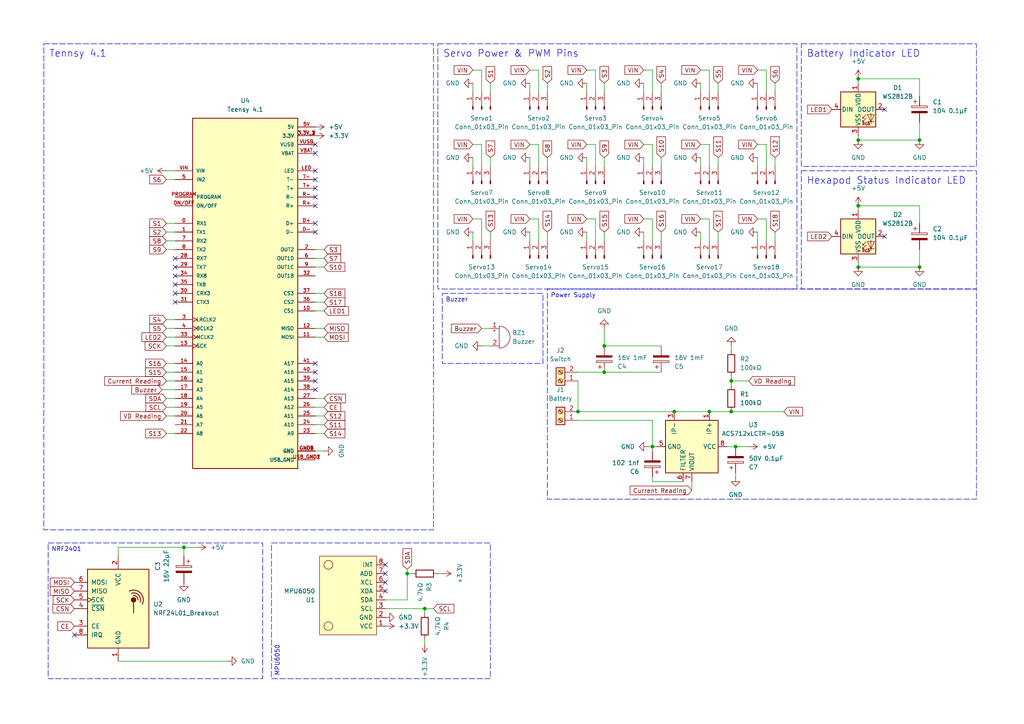
<source format=kicad_sch>
(kicad_sch (version 20231120) (generator "eeschema") (generator_version "8.0")
  (paper "A4")
  (title_block (title "Hexapod PCB V2"))
  (junction (at 195.58 119.38))
  (junction (at 205.74 119.38))
  (junction (at 53.34 158.75))
  (junction (at 212.09 119.38))
  (junction (at 123.19 176.53))
  (junction (at 266.7 77.47))
  (junction (at 248.92 40.64))
  (junction (at 167.64 119.38))
  (junction (at 248.92 77.47))
  (junction (at 266.7 40.64))
  (junction (at 175.26 100.33))
  (junction (at 189.23 129.54))
  (junction (at 212.09 110.49))
  (junction (at 213.36 129.54))
  (junction (at 248.92 59.69))
  (junction (at 175.26 107.95))
  (junction (at 248.92 22.86))
  (junction (at 118.11 166.37))
  (no_connect (at 91.44 107.95))
  (no_connect (at 111.76 168.91))
  (no_connect (at 50.8 87.63))
  (no_connect (at 256.54 31.75))
  (no_connect (at 91.44 110.49))
  (no_connect (at 256.54 68.58))
  (no_connect (at 50.8 80.01))
  (no_connect (at 50.8 85.09))
  (no_connect (at 91.44 57.15))
  (no_connect (at 50.8 74.93))
  (no_connect (at 91.44 49.53))
  (no_connect (at 91.44 52.07))
  (no_connect (at 21.59 184.15))
  (no_connect (at 91.44 54.61))
  (no_connect (at 111.76 163.83))
  (no_connect (at 50.8 82.55))
  (no_connect (at 50.8 77.47))
  (no_connect (at 91.44 64.77))
  (no_connect (at 91.44 41.91))
  (no_connect (at 91.44 105.41))
  (no_connect (at 91.44 113.03))
  (no_connect (at 111.76 166.37))
  (no_connect (at 91.44 59.69))
  (no_connect (at 91.44 44.45))
  (no_connect (at 91.44 67.31))
  (no_connect (at 111.76 171.45))
  (wire (pts (xy 212.09 100.33) (xy 212.09 101.6)))
  (wire (pts (xy 48.26 95.25) (xy 50.8 95.25)))
  (wire (pts (xy 200.66 142.24) (xy 200.66 139.7)))
  (wire (pts (xy 123.19 176.53) (xy 123.19 177.8)))
  (wire (pts (xy 153.67 24.13) (xy 153.67 26.67)))
  (wire (pts (xy 224.79 24.13) (xy 224.79 26.67)))
  (wire (pts (xy 205.74 63.5) (xy 205.74 69.85)))
  (wire (pts (xy 139.7 41.91) (xy 139.7 48.26)))
  (wire (pts (xy 213.36 138.43) (xy 213.36 137.16)))
  (wire (pts (xy 142.24 67.31) (xy 142.24 69.85)))
  (wire (pts (xy 222.25 20.32) (xy 222.25 26.67)))
  (wire (pts (xy 167.64 121.92) (xy 189.23 121.92)))
  (wire (pts (xy 222.25 41.91) (xy 222.25 48.26)))
  (wire (pts (xy 170.18 45.72) (xy 170.18 48.26)))
  (wire (pts (xy 195.58 119.38) (xy 205.74 119.38)))
  (wire (pts (xy 167.64 107.95) (xy 175.26 107.95)))
  (wire (pts (xy 93.98 95.25) (xy 91.44 95.25)))
  (wire (pts (xy 203.2 45.72) (xy 203.2 48.26)))
  (wire (pts (xy 186.69 41.91) (xy 189.23 41.91)))
  (wire (pts (xy 91.44 120.65) (xy 93.98 120.65)))
  (wire (pts (xy 156.21 63.5) (xy 156.21 69.85)))
  (wire (pts (xy 48.26 120.65) (xy 50.8 120.65)))
  (wire (pts (xy 48.26 64.77) (xy 50.8 64.77)))
  (wire (pts (xy 203.2 67.31) (xy 203.2 69.85)))
  (wire (pts (xy 186.69 20.32) (xy 189.23 20.32)))
  (wire (pts (xy 153.67 45.72) (xy 153.67 48.26)))
  (wire (pts (xy 203.2 24.13) (xy 203.2 26.67)))
  (wire (pts (xy 142.24 24.13) (xy 142.24 26.67)))
  (wire (pts (xy 142.24 45.72) (xy 142.24 48.26)))
  (wire (pts (xy 186.69 67.31) (xy 186.69 69.85)))
  (wire (pts (xy 123.19 176.53) (xy 111.76 176.53)))
  (wire (pts (xy 137.16 24.13) (xy 137.16 26.67)))
  (wire (pts (xy 175.26 24.13) (xy 175.26 26.67)))
  (wire (pts (xy 137.16 67.31) (xy 137.16 69.85)))
  (wire (pts (xy 172.72 63.5) (xy 172.72 69.85)))
  (wire (pts (xy 137.16 45.72) (xy 137.16 48.26)))
  (wire (pts (xy 175.26 100.33) (xy 191.77 100.33)))
  (wire (pts (xy 48.26 118.11) (xy 50.8 118.11)))
  (wire (pts (xy 172.72 41.91) (xy 172.72 48.26)))
  (wire (pts (xy 91.44 123.19) (xy 93.98 123.19)))
  (wire (pts (xy 93.98 130.81) (xy 91.44 130.81)))
  (wire (pts (xy 266.7 40.64) (xy 266.7 35.56)))
  (wire (pts (xy 153.67 67.31) (xy 153.67 69.85)))
  (wire (pts (xy 137.16 41.91) (xy 139.7 41.91)))
  (wire (pts (xy 91.44 87.63) (xy 93.98 87.63)))
  (wire (pts (xy 153.67 20.32) (xy 156.21 20.32)))
  (wire (pts (xy 158.75 67.31) (xy 158.75 69.85)))
  (wire (pts (xy 170.18 24.13) (xy 170.18 26.67)))
  (wire (pts (xy 191.77 24.13) (xy 191.77 26.67)))
  (wire (pts (xy 175.26 45.72) (xy 175.26 48.26)))
  (wire (pts (xy 170.18 63.5) (xy 172.72 63.5)))
  (wire (pts (xy 139.7 95.25) (xy 142.24 95.25)))
  (wire (pts (xy 46.99 113.03) (xy 50.8 113.03)))
  (wire (pts (xy 158.75 45.72) (xy 158.75 48.26)))
  (wire (pts (xy 50.8 92.71) (xy 48.26 92.71)))
  (wire (pts (xy 167.64 119.38) (xy 195.58 119.38)))
  (wire (pts (xy 191.77 67.31) (xy 191.77 69.85)))
  (wire (pts (xy 137.16 20.32) (xy 139.7 20.32)))
  (wire (pts (xy 91.44 74.93) (xy 93.98 74.93)))
  (wire (pts (xy 189.23 121.92) (xy 189.23 129.54)))
  (wire (pts (xy 175.26 107.95) (xy 191.77 107.95)))
  (wire (pts (xy 186.69 63.5) (xy 189.23 63.5)))
  (wire (pts (xy 53.34 158.75) (xy 34.29 158.75)))
  (wire (pts (xy 48.26 100.33) (xy 50.8 100.33)))
  (wire (pts (xy 93.98 115.57) (xy 91.44 115.57)))
  (wire (pts (xy 205.74 119.38) (xy 212.09 119.38)))
  (wire (pts (xy 203.2 41.91) (xy 205.74 41.91)))
  (wire (pts (xy 48.26 115.57) (xy 50.8 115.57)))
  (wire (pts (xy 158.75 24.13) (xy 158.75 26.67)))
  (wire (pts (xy 118.11 173.99) (xy 111.76 173.99)))
  (wire (pts (xy 91.44 125.73) (xy 93.98 125.73)))
  (wire (pts (xy 219.71 63.5) (xy 222.25 63.5)))
  (wire (pts (xy 139.7 63.5) (xy 139.7 69.85)))
  (wire (pts (xy 212.09 109.22) (xy 212.09 110.49)))
  (wire (pts (xy 205.74 41.91) (xy 205.74 48.26)))
  (wire (pts (xy 213.36 129.54) (xy 210.82 129.54)))
  (wire (pts (xy 91.44 85.09) (xy 93.98 85.09)))
  (wire (pts (xy 266.7 64.77) (xy 266.7 59.69)))
  (wire (pts (xy 57.15 158.75) (xy 53.34 158.75)))
  (wire (pts (xy 191.77 45.72) (xy 191.77 48.26)))
  (wire (pts (xy 93.98 90.17) (xy 91.44 90.17)))
  (wire (pts (xy 186.69 24.13) (xy 186.69 26.67)))
  (wire (pts (xy 125.73 176.53) (xy 123.19 176.53)))
  (wire (pts (xy 123.19 185.42) (xy 123.19 186.69)))
  (wire (pts (xy 175.26 95.25) (xy 175.26 100.33)))
  (wire (pts (xy 93.98 72.39) (xy 91.44 72.39)))
  (wire (pts (xy 198.12 139.7) (xy 189.23 139.7)))
  (wire (pts (xy 217.17 129.54) (xy 213.36 129.54)))
  (wire (pts (xy 118.11 165.1) (xy 118.11 166.37)))
  (wire (pts (xy 50.8 69.85) (xy 48.26 69.85)))
  (wire (pts (xy 170.18 67.31) (xy 170.18 69.85)))
  (wire (pts (xy 208.28 24.13) (xy 208.28 26.67)))
  (wire (pts (xy 186.69 45.72) (xy 186.69 48.26)))
  (wire (pts (xy 203.2 63.5) (xy 205.74 63.5)))
  (wire (pts (xy 219.71 20.32) (xy 222.25 20.32)))
  (wire (pts (xy 50.8 125.73) (xy 48.26 125.73)))
  (wire (pts (xy 156.21 41.91) (xy 156.21 48.26)))
  (wire (pts (xy 50.8 72.39) (xy 48.26 72.39)))
  (wire (pts (xy 48.26 52.07) (xy 50.8 52.07)))
  (wire (pts (xy 212.09 119.38) (xy 227.33 119.38)))
  (wire (pts (xy 48.26 97.79) (xy 50.8 97.79)))
  (wire (pts (xy 137.16 63.5) (xy 139.7 63.5)))
  (wire (pts (xy 187.96 129.54) (xy 189.23 129.54)))
  (wire (pts (xy 128.27 166.37) (xy 127 166.37)))
  (wire (pts (xy 248.92 77.47) (xy 266.7 77.47)))
  (wire (pts (xy 50.8 105.41) (xy 48.26 105.41)))
  (wire (pts (xy 189.23 129.54) (xy 189.23 130.81)))
  (wire (pts (xy 219.71 24.13) (xy 219.71 26.67)))
  (wire (pts (xy 189.23 41.91) (xy 189.23 48.26)))
  (wire (pts (xy 248.92 22.86) (xy 248.92 24.13)))
  (wire (pts (xy 119.38 166.37) (xy 118.11 166.37)))
  (wire (pts (xy 93.98 97.79) (xy 91.44 97.79)))
  (wire (pts (xy 153.67 41.91) (xy 156.21 41.91)))
  (wire (pts (xy 48.26 67.31) (xy 50.8 67.31)))
  (wire (pts (xy 118.11 166.37) (xy 118.11 173.99)))
  (wire (pts (xy 175.26 67.31) (xy 175.26 69.85)))
  (wire (pts (xy 248.92 40.64) (xy 248.92 39.37)))
  (wire (pts (xy 156.21 20.32) (xy 156.21 26.67)))
  (wire (pts (xy 212.09 110.49) (xy 212.09 111.76)))
  (wire (pts (xy 48.26 49.53) (xy 50.8 49.53)))
  (wire (pts (xy 248.92 40.64) (xy 266.7 40.64)))
  (wire (pts (xy 48.26 110.49) (xy 50.8 110.49)))
  (wire (pts (xy 219.71 41.91) (xy 222.25 41.91)))
  (wire (pts (xy 167.64 110.49) (xy 167.64 119.38)))
  (wire (pts (xy 189.23 20.32) (xy 189.23 26.67)))
  (wire (pts (xy 205.74 20.32) (xy 205.74 26.67)))
  (wire (pts (xy 170.18 41.91) (xy 172.72 41.91)))
  (wire (pts (xy 91.44 77.47) (xy 93.98 77.47)))
  (wire (pts (xy 139.7 100.33) (xy 142.24 100.33)))
  (wire (pts (xy 266.7 77.47) (xy 266.7 72.39)))
  (wire (pts (xy 172.72 20.32) (xy 172.72 26.67)))
  (wire (pts (xy 153.67 63.5) (xy 156.21 63.5)))
  (wire (pts (xy 212.09 110.49) (xy 217.17 110.49)))
  (wire (pts (xy 248.92 59.69) (xy 248.92 60.96)))
  (wire (pts (xy 139.7 20.32) (xy 139.7 26.67)))
  (wire (pts (xy 248.92 22.86) (xy 266.7 22.86)))
  (wire (pts (xy 48.26 107.95) (xy 50.8 107.95)))
  (wire (pts (xy 203.2 20.32) (xy 205.74 20.32)))
  (wire (pts (xy 266.7 27.94) (xy 266.7 22.86)))
  (wire (pts (xy 208.28 45.72) (xy 208.28 48.26)))
  (wire (pts (xy 248.92 59.69) (xy 266.7 59.69)))
  (wire (pts (xy 224.79 67.31) (xy 224.79 69.85)))
  (wire (pts (xy 189.23 129.54) (xy 190.5 129.54)))
  (wire (pts (xy 170.18 20.32) (xy 172.72 20.32)))
  (wire (pts (xy 208.28 67.31) (xy 208.28 69.85)))
  (wire (pts (xy 248.92 77.47) (xy 248.92 76.2)))
  (wire (pts (xy 224.79 45.72) (xy 224.79 48.26)))
  (wire (pts (xy 219.71 67.31) (xy 219.71 69.85)))
  (wire (pts (xy 222.25 63.5) (xy 222.25 69.85)))
  (wire (pts (xy 189.23 63.5) (xy 189.23 69.85)))
  (wire (pts (xy 53.34 158.75) (xy 53.34 161.29)))
  (wire (pts (xy 219.71 45.72) (xy 219.71 48.26)))
  (wire (pts (xy 34.29 158.75) (xy 34.29 161.29)))
  (wire (pts (xy 189.23 139.7) (xy 189.23 138.43)))
  (wire (pts (xy 93.98 118.11) (xy 91.44 118.11)))
  (wire (pts (xy 34.29 191.77) (xy 66.04 191.77)))
  (text_box "Battery Indicator LED" (at 232.41 12.7 0) (size 50.8 35.56) (stroke (width 0) (type dash)) (effects (font (size 2.032 2.032)) (justify left top)))
  (text_box "Power Supply" (at 158.75 83.82 0) (size 124.46 60.96) (stroke (width 0) (type dash)) (effects (font (size 1.27 1.27)) (justify left top)))
  (text_box "Tennsy 4.1" (at 12.7 12.7 0) (size 113.03 140.97) (stroke (width 0) (type dash)) (effects (font (size 2.032 2.032)) (justify left top)))
  (text_box "MPU6050" (at 78.74 157.48 90) (size 63.5 39.37) (stroke (width 0) (type dash)) (effects (font (size 1.27 1.27)) (justify left top)))
  (text_box "Hexapod Status Indicator LED\n" (at 232.41 49.53 0) (size 50.8 34.29) (stroke (width 0) (type dash)) (effects (font (size 2.032 2.032)) (justify left top)))
  (text_box "Buzzer\n" (at 128.27 85.09 0) (size 29.21 20.32) (stroke (width 0) (type dash)) (effects (font (size 1.27 1.27)) (justify left top)))
  (text_box "NRF2401" (at 13.97 157.48 0) (size 62.23 39.37) (stroke (width 0) (type dash)) (effects (font (size 1.27 1.27)) (justify left top)))
  (text_box "Servo Power & PWM Pins" (at 127 12.7 0) (size 104.14 71.12) (stroke (width 0) (type dash)) (effects (font (size 2.032 2.032)) (justify left top)))
  (global_label "MISO" (shape input) (at 93.98 95.25 0) (property "Intersheetrefs" "${INTERSHEET_REFS}" (effects (hide yes))))
  (global_label "VIN" (shape input) (at 203.2 41.91 180) (property "Intersheetrefs" "${INTERSHEET_REFS}" (effects (hide yes))))
  (global_label "S3" (shape input) (at 175.26 24.13 90) (property "Intersheetrefs" "${INTERSHEET_REFS}" (effects (hide yes))))
  (global_label "VIN" (shape input) (at 186.69 63.5 180) (property "Intersheetrefs" "${INTERSHEET_REFS}" (effects (hide yes))))
  (global_label "S6" (shape input) (at 48.26 52.07 180) (property "Intersheetrefs" "${INTERSHEET_REFS}" (effects (hide yes))))
  (global_label "VIN" (shape input) (at 170.18 63.5 180) (property "Intersheetrefs" "${INTERSHEET_REFS}" (effects (hide yes))))
  (global_label "S1" (shape input) (at 142.24 24.13 90) (property "Intersheetrefs" "${INTERSHEET_REFS}" (effects (hide yes))))
  (global_label "VIN" (shape input) (at 137.16 20.32 180) (property "Intersheetrefs" "${INTERSHEET_REFS}" (effects (hide yes))))
  (global_label "MOSI" (shape input) (at 21.59 168.91 180) (property "Intersheetrefs" "${INTERSHEET_REFS}" (effects (hide yes))))
  (global_label "S9" (shape input) (at 175.26 45.72 90) (property "Intersheetrefs" "${INTERSHEET_REFS}" (effects (hide yes))))
  (global_label "SCL" (shape input) (at 125.73 176.53 0) (property "Intersheetrefs" "${INTERSHEET_REFS}" (effects (hide yes))))
  (global_label "VIN" (shape input) (at 153.67 63.5 180) (property "Intersheetrefs" "${INTERSHEET_REFS}" (effects (hide yes))))
  (global_label "Buzzer" (shape input) (at 139.7 95.25 180) (property "Intersheetrefs" "${INTERSHEET_REFS}" (effects (hide yes))))
  (global_label "MISO" (shape input) (at 21.59 171.45 180) (property "Intersheetrefs" "${INTERSHEET_REFS}" (effects (hide yes))))
  (global_label "S10" (shape input) (at 191.77 45.72 90) (property "Intersheetrefs" "${INTERSHEET_REFS}" (effects (hide yes))))
  (global_label "S18" (shape input) (at 93.98 85.09 0) (property "Intersheetrefs" "${INTERSHEET_REFS}" (effects (hide yes))))
  (global_label "CSN" (shape input) (at 21.59 176.53 180) (property "Intersheetrefs" "${INTERSHEET_REFS}" (effects (hide yes))))
  (global_label "VIN" (shape input) (at 203.2 20.32 180) (property "Intersheetrefs" "${INTERSHEET_REFS}" (effects (hide yes))))
  (global_label "VIN" (shape input) (at 137.16 63.5 180) (property "Intersheetrefs" "${INTERSHEET_REFS}" (effects (hide yes))))
  (global_label "VD Reading" (shape input) (at 217.17 110.49 0) (property "Intersheetrefs" "${INTERSHEET_REFS}" (effects (hide yes))))
  (global_label "S16" (shape input) (at 48.26 105.41 180) (property "Intersheetrefs" "${INTERSHEET_REFS}" (effects (hide yes))))
  (global_label "LED1" (shape input) (at 93.98 90.17 0) (property "Intersheetrefs" "${INTERSHEET_REFS}" (effects (hide yes))))
  (global_label "S15" (shape input) (at 175.26 67.31 90) (property "Intersheetrefs" "${INTERSHEET_REFS}" (effects (hide yes))))
  (global_label "S8" (shape input) (at 48.26 69.85 180) (property "Intersheetrefs" "${INTERSHEET_REFS}" (effects (hide yes))))
  (global_label "S3" (shape input) (at 93.98 72.39 0) (property "Intersheetrefs" "${INTERSHEET_REFS}" (effects (hide yes))))
  (global_label "Current Reading" (shape input) (at 200.66 142.24 180) (property "Intersheetrefs" "${INTERSHEET_REFS}" (effects (hide yes))))
  (global_label "VIN" (shape input) (at 186.69 20.32 180) (property "Intersheetrefs" "${INTERSHEET_REFS}" (effects (hide yes))))
  (global_label "S7" (shape input) (at 142.24 45.72 90) (property "Intersheetrefs" "${INTERSHEET_REFS}" (effects (hide yes))))
  (global_label "S15" (shape input) (at 48.26 107.95 180) (property "Intersheetrefs" "${INTERSHEET_REFS}" (effects (hide yes))))
  (global_label "S5" (shape input) (at 48.26 95.25 180) (property "Intersheetrefs" "${INTERSHEET_REFS}" (effects (hide yes))))
  (global_label "S14" (shape input) (at 93.98 125.73 0) (property "Intersheetrefs" "${INTERSHEET_REFS}" (effects (hide yes))))
  (global_label "S12" (shape input) (at 224.79 45.72 90) (property "Intersheetrefs" "${INTERSHEET_REFS}" (effects (hide yes))))
  (global_label "SCL" (shape input) (at 48.26 118.11 180) (property "Intersheetrefs" "${INTERSHEET_REFS}" (effects (hide yes))))
  (global_label "S16" (shape input) (at 191.77 67.31 90) (property "Intersheetrefs" "${INTERSHEET_REFS}" (effects (hide yes))))
  (global_label "VD Reading" (shape input) (at 48.26 120.65 180) (property "Intersheetrefs" "${INTERSHEET_REFS}" (effects (hide yes))))
  (global_label "SDA" (shape input) (at 118.11 165.1 90) (property "Intersheetrefs" "${INTERSHEET_REFS}" (effects (hide yes))))
  (global_label "VIN" (shape input) (at 137.16 41.91 180) (property "Intersheetrefs" "${INTERSHEET_REFS}" (effects (hide yes))))
  (global_label "S12" (shape input) (at 93.98 120.65 0) (property "Intersheetrefs" "${INTERSHEET_REFS}" (effects (hide yes))))
  (global_label "VIN" (shape input) (at 153.67 20.32 180) (property "Intersheetrefs" "${INTERSHEET_REFS}" (effects (hide yes))))
  (global_label "S4" (shape input) (at 191.77 24.13 90) (property "Intersheetrefs" "${INTERSHEET_REFS}" (effects (hide yes))))
  (global_label "S9" (shape input) (at 48.26 72.39 180) (property "Intersheetrefs" "${INTERSHEET_REFS}" (effects (hide yes))))
  (global_label "CSN" (shape input) (at 93.98 115.57 0) (property "Intersheetrefs" "${INTERSHEET_REFS}" (effects (hide yes))))
  (global_label "S11" (shape input) (at 208.28 45.72 90) (property "Intersheetrefs" "${INTERSHEET_REFS}" (effects (hide yes))))
  (global_label "Buzzer" (shape input) (at 46.99 113.03 180) (property "Intersheetrefs" "${INTERSHEET_REFS}" (effects (hide yes))))
  (global_label "VIN" (shape input) (at 170.18 20.32 180) (property "Intersheetrefs" "${INTERSHEET_REFS}" (effects (hide yes))))
  (global_label "VIN" (shape input) (at 186.69 41.91 180) (property "Intersheetrefs" "${INTERSHEET_REFS}" (effects (hide yes))))
  (global_label "S7" (shape input) (at 93.98 74.93 0) (property "Intersheetrefs" "${INTERSHEET_REFS}" (effects (hide yes))))
  (global_label "CE" (shape input) (at 21.59 181.61 180) (property "Intersheetrefs" "${INTERSHEET_REFS}" (effects (hide yes))))
  (global_label "S13" (shape input) (at 142.24 67.31 90) (property "Intersheetrefs" "${INTERSHEET_REFS}" (effects (hide yes))))
  (global_label "VIN" (shape input) (at 153.67 41.91 180) (property "Intersheetrefs" "${INTERSHEET_REFS}" (effects (hide yes))))
  (global_label "VIN" (shape input) (at 219.71 20.32 180) (property "Intersheetrefs" "${INTERSHEET_REFS}" (effects (hide yes))))
  (global_label "S11" (shape input) (at 93.98 123.19 0) (property "Intersheetrefs" "${INTERSHEET_REFS}" (effects (hide yes))))
  (global_label "MOSI" (shape input) (at 93.98 97.79 0) (property "Intersheetrefs" "${INTERSHEET_REFS}" (effects (hide yes))))
  (global_label "S5" (shape input) (at 208.28 24.13 90) (property "Intersheetrefs" "${INTERSHEET_REFS}" (effects (hide yes))))
  (global_label "VIN" (shape input) (at 219.71 63.5 180) (property "Intersheetrefs" "${INTERSHEET_REFS}" (effects (hide yes))))
  (global_label "S13" (shape input) (at 48.26 125.73 180) (property "Intersheetrefs" "${INTERSHEET_REFS}" (effects (hide yes))))
  (global_label "S6" (shape input) (at 224.79 24.13 90) (property "Intersheetrefs" "${INTERSHEET_REFS}" (effects (hide yes))))
  (global_label "LED2" (shape input) (at 48.26 97.79 180) (property "Intersheetrefs" "${INTERSHEET_REFS}" (effects (hide yes))))
  (global_label "SCK" (shape input) (at 21.59 173.99 180) (property "Intersheetrefs" "${INTERSHEET_REFS}" (effects (hide yes))))
  (global_label "LED1" (shape input) (at 241.3 31.75 180) (property "Intersheetrefs" "${INTERSHEET_REFS}" (effects (hide yes))))
  (global_label "S8" (shape input) (at 158.75 45.72 90) (property "Intersheetrefs" "${INTERSHEET_REFS}" (effects (hide yes))))
  (global_label "S18" (shape input) (at 224.79 67.31 90) (property "Intersheetrefs" "${INTERSHEET_REFS}" (effects (hide yes))))
  (global_label "SDA" (shape input) (at 48.26 115.57 180) (property "Intersheetrefs" "${INTERSHEET_REFS}" (effects (hide yes))))
  (global_label "VIN" (shape input) (at 227.33 119.38 0) (property "Intersheetrefs" "${INTERSHEET_REFS}" (effects (hide yes))))
  (global_label "CE" (shape input) (at 93.98 118.11 0) (property "Intersheetrefs" "${INTERSHEET_REFS}" (effects (hide yes))))
  (global_label "S10" (shape input) (at 93.98 77.47 0) (property "Intersheetrefs" "${INTERSHEET_REFS}" (effects (hide yes))))
  (global_label "LED2" (shape input) (at 241.3 68.58 180) (property "Intersheetrefs" "${INTERSHEET_REFS}" (effects (hide yes))))
  (global_label "S17" (shape input) (at 208.28 67.31 90) (property "Intersheetrefs" "${INTERSHEET_REFS}" (effects (hide yes))))
  (global_label "S1" (shape input) (at 48.26 64.77 180) (property "Intersheetrefs" "${INTERSHEET_REFS}" (effects (hide yes))))
  (global_label "Current Reading" (shape input) (at 48.26 110.49 180) (property "Intersheetrefs" "${INTERSHEET_REFS}" (effects (hide yes))))
  (global_label "SCK" (shape input) (at 48.26 100.33 180) (property "Intersheetrefs" "${INTERSHEET_REFS}" (effects (hide yes))))
  (global_label "S2" (shape input) (at 158.75 24.13 90) (property "Intersheetrefs" "${INTERSHEET_REFS}" (effects (hide yes))))
  (global_label "VIN" (shape input) (at 170.18 41.91 180) (property "Intersheetrefs" "${INTERSHEET_REFS}" (effects (hide yes))))
  (global_label "VIN" (shape input) (at 219.71 41.91 180) (property "Intersheetrefs" "${INTERSHEET_REFS}" (effects (hide yes))))
  (global_label "VIN" (shape input) (at 203.2 63.5 180) (property "Intersheetrefs" "${INTERSHEET_REFS}" (effects (hide yes))))
  (global_label "S2" (shape input) (at 48.26 67.31 180) (property "Intersheetrefs" "${INTERSHEET_REFS}" (effects (hide yes))))
  (global_label "S17" (shape input) (at 93.98 87.63 0) (property "Intersheetrefs" "${INTERSHEET_REFS}" (effects (hide yes))))
  (global_label "S4" (shape input) (at 48.26 92.71 180) (property "Intersheetrefs" "${INTERSHEET_REFS}" (effects (hide yes))))
  (global_label "S14" (shape input) (at 158.75 67.31 90) (property "Intersheetrefs" "${INTERSHEET_REFS}" (effects (hide yes))))
  (symbol (lib_id "Connector:Conn_01x03_Pin") (at 222.25 53.34 90) (unit 1)
    (property "Reference" "Servo12" (at 222.25 55.88 90))
    (property "Value" "Conn_01x03_Pin" (at 222.25 58.42 90))
    (property "Footprint" "Connector_PinHeader_2.54mm:PinHeader_1x03_P2.54mm_Vertical" (effects (hide yes)))
    (property "Description" "Generic connector, single row, 01x03, script generated" (effects (hide yes)))
  )
  (symbol (lib_id "Connector:Conn_01x03_Pin") (at 139.7 31.75 90) (unit 1)
    (property "Reference" "Servo1" (at 139.7 34.29 90))
    (property "Value" "Conn_01x03_Pin" (at 139.7 36.83 90))
    (property "Footprint" "Connector_PinHeader_2.54mm:PinHeader_1x03_P2.54mm_Vertical" (effects (hide yes)))
    (property "Description" "Generic connector, single row, 01x03, script generated" (effects (hide yes)))
  )
  (symbol (lib_id "Connector:Conn_01x03_Pin") (at 139.7 74.93 90) (unit 1)
    (property "Reference" "Servo13" (at 139.7 77.47 90))
    (property "Value" "Conn_01x03_Pin" (at 139.7 80.01 90))
    (property "Footprint" "Connector_PinHeader_2.54mm:PinHeader_1x03_P2.54mm_Vertical" (effects (hide yes)))
    (property "Description" "Generic connector, single row, 01x03, script generated" (effects (hide yes)))
  )
  (symbol (lib_id "Device:C_Polarized") (at 53.34 165.1 0) (mirror y) (unit 1)
    (property "Reference" "C3" (at 45.72 164.211 90))
    (property "Value" "16V 22μF" (at 48.26 164.211 90))
    (property "Footprint" "Capacitor_THT:CP_Radial_D4.0mm_P2.00mm" (effects (hide yes)))
    (property "Description" "Polarized capacitor" (effects (hide yes)))
  )
  (symbol (lib_id "Breakout Sensors:module_mpu6050") (at 111.76 163.83 180) (unit 1)
    (property "Reference" "U1" (at 91.44 173.9901 0) (effects (justify left)))
    (property "Value" "MPU6050" (at 91.44 171.4501 0) (effects (justify left)))
    (property "Footprint" "usini_sensors:module_mpu6050" (effects (hide yes)))
  )
  (symbol (lib_id "power:GND") (at 213.36 138.43 0) (unit 1)
    (property "Reference" "#PWR017" (effects (hide yes)))
    (property "Value" "GND" (at 213.36 143.51 0))
    (property "Description" "Power symbol creates a global label with name \"GND\" , ground" (effects (hide yes)))
  )
  (symbol (lib_id "power:GND") (at 139.7 100.33 270) (unit 1)
    (property "Reference" "#PWR011" (effects (hide yes)))
    (property "Value" "GND" (at 135.89 100.3299 90) (effects (justify right)))
    (property "Description" "Power symbol creates a global label with name \"GND\" , ground" (effects (hide yes)))
  )
  (symbol (lib_id "power:GND") (at 137.16 67.31 270) (unit 1)
    (property "Reference" "#PWR010" (effects (hide yes)))
    (property "Value" "GND" (at 133.35 67.3099 90) (effects (justify right)))
    (property "Description" "Power symbol creates a global label with name \"GND\" , ground" (effects (hide yes)))
  )
  (symbol (lib_id "Connector:Conn_01x03_Pin") (at 189.23 53.34 90) (unit 1)
    (property "Reference" "Servo10" (at 189.23 55.88 90))
    (property "Value" "Conn_01x03_Pin" (at 189.23 58.42 90))
    (property "Footprint" "Connector_PinHeader_2.54mm:PinHeader_1x03_P2.54mm_Vertical" (effects (hide yes)))
    (property "Description" "Generic connector, single row, 01x03, script generated" (effects (hide yes)))
  )
  (symbol (lib_id "power:GND") (at 53.34 168.91 0) (unit 1)
    (property "Reference" "#PWR031" (effects (hide yes)))
    (property "Value" "GND" (at 53.34 173.99 0))
    (property "Description" "Power symbol creates a global label with name \"GND\" , ground" (effects (hide yes)))
  )
  (symbol (lib_id "LED:WS2812B") (at 248.92 31.75 0) (unit 1)
    (property "Reference" "D1" (at 260.35 25.4314 0))
    (property "Value" "WS2812B" (at 260.35 27.9714 0))
    (property "Footprint" "LED_SMD:LED_WS2812B_PLCC4_5.0x5.0mm_P3.2mm" (effects (hide yes)))
    (property "Datasheet" "https://cdn-shop.adafruit.com/datasheets/WS2812B.pdf" (effects (hide yes)))
    (property "Description" "RGB LED with integrated controller" (effects (hide yes)))
  )
  (symbol (lib_id "Connector:Screw_Terminal_01x02") (at 162.56 121.92 180) (unit 1)
    (property "Reference" "J1" (at 162.56 113.03 0))
    (property "Value" "Battery" (at 162.56 115.57 0))
    (property "Footprint" "TerminalBlock_Phoenix:TerminalBlock_Phoenix_MKDS-1,5-2-5.08_1x02_P5.08mm_Horizontal" (effects (hide yes)))
    (property "Description" "Generic screw terminal, single row, 01x02, script generated (kicad-library-utils/schlib/autogen/connector/)" (effects (hide yes)))
  )
  (symbol (lib_id "Connector:Conn_01x03_Pin") (at 189.23 31.75 90) (unit 1)
    (property "Reference" "Servo4" (at 189.23 34.29 90))
    (property "Value" "Conn_01x03_Pin" (at 189.23 36.83 90))
    (property "Footprint" "Connector_PinHeader_2.54mm:PinHeader_1x03_P2.54mm_Vertical" (effects (hide yes)))
    (property "Description" "Generic connector, single row, 01x03, script generated" (effects (hide yes)))
  )
  (symbol (lib_id "Connector:Conn_01x03_Pin") (at 205.74 74.93 90) (unit 1)
    (property "Reference" "Servo17" (at 205.74 77.47 90))
    (property "Value" "Conn_01x03_Pin" (at 205.74 80.01 90))
    (property "Footprint" "Connector_PinHeader_2.54mm:PinHeader_1x03_P2.54mm_Vertical" (effects (hide yes)))
    (property "Description" "Generic connector, single row, 01x03, script generated" (effects (hide yes)))
  )
  (symbol (lib_id "Device:R") (at 212.09 105.41 0) (unit 1)
    (property "Reference" "R2" (at 214.63 104.1399 0) (effects (justify left)))
    (property "Value" "100kΩ" (at 214.63 106.6799 0) (effects (justify left)))
    (property "Footprint" "Resistor_THT:R_Axial_DIN0207_L6.3mm_D2.5mm_P7.62mm_Horizontal" (effects (hide yes)))
    (property "Description" "Resistor" (effects (hide yes)))
  )
  (symbol (lib_id "power:GND") (at 175.26 95.25 180) (unit 1)
    (property "Reference" "#PWR05" (effects (hide yes)))
    (property "Value" "GND" (at 175.26 90.17 0))
    (property "Description" "Power symbol creates a global label with name \"GND\" , ground" (effects (hide yes)))
  )
  (symbol (lib_id "power:+5V") (at 248.92 59.69 0) (unit 1)
    (property "Reference" "#PWR046" (effects (hide yes)))
    (property "Value" "+5V" (at 248.92 54.61 0))
    (property "Description" "Power symbol creates a global label with name \"+5V\"" (effects (hide yes)))
  )
  (symbol (lib_id "power:+5V") (at 248.92 22.86 0) (unit 1)
    (property "Reference" "#PWR044" (effects (hide yes)))
    (property "Value" "+5V" (at 248.92 17.78 0))
    (property "Description" "Power symbol creates a global label with name \"+5V\"" (effects (hide yes)))
  )
  (symbol (lib_id "power:GND") (at 66.04 191.77 90) (unit 1)
    (property "Reference" "#PWR043" (effects (hide yes)))
    (property "Value" "GND" (at 69.85 191.7699 90) (effects (justify right)))
    (property "Description" "Power symbol creates a global label with name \"GND\" , ground" (effects (hide yes)))
  )
  (symbol (lib_id "DEV-16771:DEV-16771") (at 71.12 85.09 0) (unit 1)
    (property "Reference" "U4" (at 71.12 29.21 0))
    (property "Value" "Teensy 4.1" (at 71.12 31.75 0))
    (property "Footprint" "teensy:Teensy41" (effects (hide yes)))
    (property "MF" "SparkFun Electronics" (effects (hide yes)))
    (property "MAXIMUM_PACKAGE_HEIGHT" "4.07mm" (effects (hide yes)))
    (property "Package" "None" (effects (hide yes)))
    (property "Price" "None" (effects (hide yes)))
    (property "Check_prices" "https://www.snapeda.com/parts/DEV-16771/SparkFun/view-part/?ref=eda" (effects (hide yes)))
    (property "STANDARD" "Manufacturer recommendations" (effects (hide yes)))
    (property "PARTREV" "4.1" (effects (hide yes)))
    (property "SnapEDA_Link" "https://www.snapeda.com/parts/DEV-16771/SparkFun/view-part/?ref=snap" (effects (hide yes)))
    (property "MP" "DEV-16771" (effects (hide yes)))
    (property "Description_1" "\n                        \n                            RT1062 Teensy 4.1 series ARM® Cortex®-M7 MPU Embedded Evaluation Board\n                        \n" (effects (hide yes)))
    (property "Availability" "In Stock" (effects (hide yes)))
    (property "MANUFACTURER" "SparkFun Electronics" (effects (hide yes)))
  )
  (symbol (lib_id "power:GND") (at 186.69 24.13 270) (unit 1)
    (property "Reference" "#PWR024" (effects (hide yes)))
    (property "Value" "GND" (at 182.88 24.1299 90) (effects (justify right)))
    (property "Description" "Power symbol creates a global label with name \"GND\" , ground" (effects (hide yes)))
  )
  (symbol (lib_id "Device:Buzzer") (at 144.78 97.79 0) (unit 1)
    (property "Reference" "BZ1" (at 148.59 96.5199 0) (effects (justify left)))
    (property "Value" "Buzzer" (at 148.59 99.0599 0) (effects (justify left)))
    (property "Footprint" "Buzzer_Beeper:Buzzer_12x9.5RM7.6" (effects (hide yes)))
    (property "Description" "Buzzer, polarized" (effects (hide yes)))
  )
  (symbol (lib_id "Device:C_Polarized") (at 213.36 133.35 0) (mirror x) (unit 1)
    (property "Reference" "C7" (at 217.17 135.5091 0) (effects (justify left)))
    (property "Value" "50V 0.1μF" (at 217.17 132.9691 0) (effects (justify left)))
    (property "Footprint" "Capacitor_THT:CP_Radial_D5.0mm_P2.00mm" (effects (hide yes)))
    (property "Description" "Polarized capacitor" (effects (hide yes)))
  )
  (symbol (lib_id "Device:R") (at 123.19 166.37 270) (unit 1)
    (property "Reference" "R3" (at 124.4601 168.91 0) (effects (justify left)))
    (property "Value" "4.7kΩ" (at 121.9201 168.91 0) (effects (justify left)))
    (property "Footprint" "Resistor_SMD:R_1206_3216Metric" (effects (hide yes)))
    (property "Description" "Resistor" (effects (hide yes)))
  )
  (symbol (lib_id "power:GND") (at 203.2 24.13 270) (unit 1)
    (property "Reference" "#PWR030" (effects (hide yes)))
    (property "Value" "GND" (at 199.39 24.1299 90) (effects (justify right)))
    (property "Description" "Power symbol creates a global label with name \"GND\" , ground" (effects (hide yes)))
  )
  (symbol (lib_id "Connector:Conn_01x03_Pin") (at 205.74 31.75 90) (unit 1)
    (property "Reference" "Servo5" (at 205.74 34.29 90))
    (property "Value" "Conn_01x03_Pin" (at 205.74 36.83 90))
    (property "Footprint" "Connector_PinHeader_2.54mm:PinHeader_1x03_P2.54mm_Vertical" (effects (hide yes)))
    (property "Description" "Generic connector, single row, 01x03, script generated" (effects (hide yes)))
  )
  (symbol (lib_id "power:GND") (at 170.18 45.72 270) (unit 1)
    (property "Reference" "#PWR020" (effects (hide yes)))
    (property "Value" "GND" (at 166.37 45.7199 90) (effects (justify right)))
    (property "Description" "Power symbol creates a global label with name \"GND\" , ground" (effects (hide yes)))
  )
  (symbol (lib_id "Connector:Conn_01x03_Pin") (at 156.21 74.93 90) (unit 1)
    (property "Reference" "Servo14" (at 156.21 77.47 90))
    (property "Value" "Conn_01x03_Pin" (at 156.21 80.01 90))
    (property "Footprint" "Connector_PinHeader_2.54mm:PinHeader_1x03_P2.54mm_Vertical" (effects (hide yes)))
    (property "Description" "Generic connector, single row, 01x03, script generated" (effects (hide yes)))
  )
  (symbol (lib_id "Connector:Conn_01x03_Pin") (at 189.23 74.93 90) (unit 1)
    (property "Reference" "Servo16" (at 189.23 77.47 90))
    (property "Value" "Conn_01x03_Pin" (at 189.23 80.01 90))
    (property "Footprint" "Connector_PinHeader_2.54mm:PinHeader_1x03_P2.54mm_Vertical" (effects (hide yes)))
    (property "Description" "Generic connector, single row, 01x03, script generated" (effects (hide yes)))
  )
  (symbol (lib_id "power:GND") (at 266.7 77.47 0) (unit 1)
    (property "Reference" "#PWR048" (effects (hide yes)))
    (property "Value" "GND" (at 266.7 82.55 0))
    (property "Description" "Power symbol creates a global label with name \"GND\" , ground" (effects (hide yes)))
  )
  (symbol (lib_id "power:GND") (at 111.76 179.07 90) (unit 1)
    (property "Reference" "#PWR04" (effects (hide yes)))
    (property "Value" "GND" (at 115.57 179.0701 90) (effects (justify right)))
    (property "Description" "Power symbol creates a global label with name \"GND\" , ground" (effects (hide yes)))
  )
  (symbol (lib_id "power:GND") (at 219.71 67.31 270) (unit 1)
    (property "Reference" "#PWR040" (effects (hide yes)))
    (property "Value" "GND" (at 215.9 67.3099 90) (effects (justify right)))
    (property "Description" "Power symbol creates a global label with name \"GND\" , ground" (effects (hide yes)))
  )
  (symbol (lib_id "power:+3.3V") (at 91.44 39.37 270) (unit 1)
    (property "Reference" "#PWR01" (effects (hide yes)))
    (property "Value" "+3.3V" (at 95.25 39.3699 90) (effects (justify left)))
    (property "Description" "Power symbol creates a global label with name \"+3.3V\"" (effects (hide yes)))
  )
  (symbol (lib_id "power:GND") (at 137.16 24.13 270) (unit 1)
    (property "Reference" "#PWR06" (effects (hide yes)))
    (property "Value" "GND" (at 133.35 24.1299 90) (effects (justify right)))
    (property "Description" "Power symbol creates a global label with name \"GND\" , ground" (effects (hide yes)))
  )
  (symbol (lib_id "power:GND") (at 153.67 45.72 270) (unit 1)
    (property "Reference" "#PWR014" (effects (hide yes)))
    (property "Value" "GND" (at 149.86 45.7199 90) (effects (justify right)))
    (property "Description" "Power symbol creates a global label with name \"GND\" , ground" (effects (hide yes)))
  )
  (symbol (lib_id "power:GND") (at 203.2 45.72 270) (unit 1)
    (property "Reference" "#PWR032" (effects (hide yes)))
    (property "Value" "GND" (at 199.39 45.7199 90) (effects (justify right)))
    (property "Description" "Power symbol creates a global label with name \"GND\" , ground" (effects (hide yes)))
  )
  (symbol (lib_id "Connector:Conn_01x03_Pin") (at 172.72 31.75 90) (unit 1)
    (property "Reference" "Servo3" (at 172.72 34.29 90))
    (property "Value" "Conn_01x03_Pin" (at 172.72 36.83 90))
    (property "Footprint" "Connector_PinHeader_2.54mm:PinHeader_1x03_P2.54mm_Vertical" (effects (hide yes)))
    (property "Description" "Generic connector, single row, 01x03, script generated" (effects (hide yes)))
  )
  (symbol (lib_id "Connector:Conn_01x03_Pin") (at 172.72 74.93 90) (unit 1)
    (property "Reference" "Servo15" (at 172.72 77.47 90))
    (property "Value" "Conn_01x03_Pin" (at 172.72 80.01 90))
    (property "Footprint" "Connector_PinHeader_2.54mm:PinHeader_1x03_P2.54mm_Vertical" (effects (hide yes)))
    (property "Description" "Generic connector, single row, 01x03, script generated" (effects (hide yes)))
  )
  (symbol (lib_id "power:GND") (at 153.67 24.13 270) (unit 1)
    (property "Reference" "#PWR012" (effects (hide yes)))
    (property "Value" "GND" (at 149.86 24.1299 90) (effects (justify right)))
    (property "Description" "Power symbol creates a global label with name \"GND\" , ground" (effects (hide yes)))
  )
  (symbol (lib_id "power:GND") (at 93.98 130.81 90) (unit 1)
    (property "Reference" "#PWR025" (effects (hide yes)))
    (property "Value" "GND" (at 99.06 130.81 0))
    (property "Description" "Power symbol creates a global label with name \"GND\" , ground" (effects (hide yes)))
  )
  (symbol (lib_id "Connector:Conn_01x03_Pin") (at 222.25 74.93 90) (unit 1)
    (property "Reference" "Servo18" (at 222.25 77.47 90))
    (property "Value" "Conn_01x03_Pin" (at 222.25 80.01 90))
    (property "Footprint" "Connector_PinHeader_2.54mm:PinHeader_1x03_P2.54mm_Vertical" (effects (hide yes)))
    (property "Description" "Generic connector, single row, 01x03, script generated" (effects (hide yes)))
  )
  (symbol (lib_id "Connector:Conn_01x03_Pin") (at 156.21 31.75 90) (unit 1)
    (property "Reference" "Servo2" (at 156.21 34.29 90))
    (property "Value" "Conn_01x03_Pin" (at 156.21 36.83 90))
    (property "Footprint" "Connector_PinHeader_2.54mm:PinHeader_1x03_P2.54mm_Vertical" (effects (hide yes)))
    (property "Description" "Generic connector, single row, 01x03, script generated" (effects (hide yes)))
  )
  (symbol (lib_id "Device:C_Polarized") (at 191.77 104.14 0) (mirror x) (unit 1)
    (property "Reference" "C5" (at 195.58 106.2991 0) (effects (justify left)))
    (property "Value" "16V 1mF" (at 195.58 103.7591 0) (effects (justify left)))
    (property "Footprint" "Capacitor_THT:CP_Radial_D10.0mm_P7.50mm" (effects (hide yes)))
    (property "Description" "Polarized capacitor" (effects (hide yes)))
  )
  (symbol (lib_id "power:GND") (at 203.2 67.31 270) (unit 1)
    (property "Reference" "#PWR034" (effects (hide yes)))
    (property "Value" "GND" (at 199.39 67.3099 90) (effects (justify right)))
    (property "Description" "Power symbol creates a global label with name \"GND\" , ground" (effects (hide yes)))
  )
  (symbol (lib_id "power:+5V") (at 91.44 36.83 270) (unit 1)
    (property "Reference" "#PWR07" (effects (hide yes)))
    (property "Value" "+5V" (at 95.25 36.8299 90) (effects (justify left)))
    (property "Description" "Power symbol creates a global label with name \"+5V\"" (effects (hide yes)))
  )
  (symbol (lib_id "Connector:Conn_01x03_Pin") (at 172.72 53.34 90) (unit 1)
    (property "Reference" "Servo9" (at 172.72 55.88 90))
    (property "Value" "Conn_01x03_Pin" (at 172.72 58.42 90))
    (property "Footprint" "Connector_PinHeader_2.54mm:PinHeader_1x03_P2.54mm_Vertical" (effects (hide yes)))
    (property "Description" "Generic connector, single row, 01x03, script generated" (effects (hide yes)))
  )
  (symbol (lib_id "Connector:Conn_01x03_Pin") (at 139.7 53.34 90) (unit 1)
    (property "Reference" "Servo7" (at 139.7 55.88 90))
    (property "Value" "Conn_01x03_Pin" (at 139.7 58.42 90))
    (property "Footprint" "Connector_PinHeader_2.54mm:PinHeader_1x03_P2.54mm_Vertical" (effects (hide yes)))
    (property "Description" "Generic connector, single row, 01x03, script generated" (effects (hide yes)))
  )
  (symbol (lib_id "power:GND") (at 170.18 24.13 270) (unit 1)
    (property "Reference" "#PWR018" (effects (hide yes)))
    (property "Value" "GND" (at 166.37 24.1299 90) (effects (justify right)))
    (property "Description" "Power symbol creates a global label with name \"GND\" , ground" (effects (hide yes)))
  )
  (symbol (lib_id "power:GND") (at 186.69 45.72 270) (unit 1)
    (property "Reference" "#PWR026" (effects (hide yes)))
    (property "Value" "GND" (at 182.88 45.7199 90) (effects (justify right)))
    (property "Description" "Power symbol creates a global label with name \"GND\" , ground" (effects (hide yes)))
  )
  (symbol (lib_id "power:GND") (at 186.69 67.31 270) (unit 1)
    (property "Reference" "#PWR028" (effects (hide yes)))
    (property "Value" "GND" (at 182.88 67.3099 90) (effects (justify right)))
    (property "Description" "Power symbol creates a global label with name \"GND\" , ground" (effects (hide yes)))
  )
  (symbol (lib_id "power:+5V") (at 57.15 158.75 270) (unit 1)
    (property "Reference" "#PWR029" (effects (hide yes)))
    (property "Value" "+5V" (at 60.96 158.7499 90) (effects (justify left)))
    (property "Description" "Power symbol creates a global label with name \"+5V\"" (effects (hide yes)))
  )
  (symbol (lib_id "Device:C_Polarized") (at 266.7 68.58 0) (unit 1)
    (property "Reference" "C2" (at 270.51 66.4209 0) (effects (justify left)))
    (property "Value" "104 0.1μF" (at 270.51 68.9609 0) (effects (justify left)))
    (property "Footprint" "Capacitor_SMD:C_1206_3216Metric" (effects (hide yes)))
    (property "Description" "Polarized capacitor" (effects (hide yes)))
  )
  (symbol (lib_id "power:GND") (at 248.92 77.47 0) (unit 1)
    (property "Reference" "#PWR047" (effects (hide yes)))
    (property "Value" "GND" (at 248.92 82.55 0))
    (property "Description" "Power symbol creates a global label with name \"GND\" , ground" (effects (hide yes)))
  )
  (symbol (lib_id "power:+5V") (at 217.17 129.54 270) (unit 1)
    (property "Reference" "#PWR013" (effects (hide yes)))
    (property "Value" "+5V" (at 220.98 129.5399 90) (effects (justify left)))
    (property "Description" "Power symbol creates a global label with name \"+5V\"" (effects (hide yes)))
  )
  (symbol (lib_id "Device:C_Polarized") (at 266.7 31.75 0) (unit 1)
    (property "Reference" "C1" (at 270.51 29.5909 0) (effects (justify left)))
    (property "Value" "104 0.1μF" (at 270.51 32.1309 0) (effects (justify left)))
    (property "Footprint" "Capacitor_SMD:C_1206_3216Metric" (effects (hide yes)))
    (property "Description" "Polarized capacitor" (effects (hide yes)))
  )
  (symbol (lib_id "power:GND") (at 153.67 67.31 270) (unit 1)
    (property "Reference" "#PWR016" (effects (hide yes)))
    (property "Value" "GND" (at 149.86 67.3099 90) (effects (justify right)))
    (property "Description" "Power symbol creates a global label with name \"GND\" , ground" (effects (hide yes)))
  )
  (symbol (lib_id "Connector:Screw_Terminal_01x02") (at 162.56 110.49 180) (unit 1)
    (property "Reference" "J2" (at 162.56 101.6 0))
    (property "Value" "Switch" (at 162.56 104.14 0))
    (property "Footprint" "TerminalBlock_Phoenix:TerminalBlock_Phoenix_MKDS-1,5-2-5.08_1x02_P5.08mm_Horizontal" (effects (hide yes)))
    (property "Description" "Generic screw terminal, single row, 01x02, script generated (kicad-library-utils/schlib/autogen/connector/)" (effects (hide yes)))
  )
  (symbol (lib_id "power:GND") (at 170.18 67.31 270) (unit 1)
    (property "Reference" "#PWR022" (effects (hide yes)))
    (property "Value" "GND" (at 166.37 67.3099 90) (effects (justify right)))
    (property "Description" "Power symbol creates a global label with name \"GND\" , ground" (effects (hide yes)))
  )
  (symbol (lib_id "power:+3.3V") (at 111.76 181.61 270) (unit 1)
    (property "Reference" "#PWR03" (effects (hide yes)))
    (property "Value" "+3.3V" (at 115.57 181.6101 90) (effects (justify left)))
    (property "Description" "Power symbol creates a global label with name \"+3.3V\"" (effects (hide yes)))
  )
  (symbol (lib_id "Connector:Conn_01x03_Pin") (at 222.25 31.75 90) (unit 1)
    (property "Reference" "Servo6" (at 222.25 34.29 90))
    (property "Value" "Conn_01x03_Pin" (at 222.25 36.83 90))
    (property "Footprint" "Connector_PinHeader_2.54mm:PinHeader_1x03_P2.54mm_Vertical" (effects (hide yes)))
    (property "Description" "Generic connector, single row, 01x03, script generated" (effects (hide yes)))
  )
  (symbol (lib_id "power:GND") (at 187.96 129.54 270) (unit 1)
    (property "Reference" "#PWR015" (effects (hide yes)))
    (property "Value" "GND" (at 184.15 129.5399 90) (effects (justify right)))
    (property "Description" "Power symbol creates a global label with name \"GND\" , ground" (effects (hide yes)))
  )
  (symbol (lib_id "RF:NRF24L01_Breakout") (at 34.29 176.53 0) (unit 1)
    (property "Reference" "U2" (at 44.45 175.2599 0) (effects (justify left)))
    (property "Value" "NRF24L01_Breakout" (at 44.45 177.7999 0) (effects (justify left)))
    (property "Footprint" "RF_Module:nRF24L01_Breakout" (effects (hide yes)))
    (property "Datasheet" "http://www.nordicsemi.com/eng/content/download/2730/34105/file/nRF24L01_Product_Specification_v2_0.pdf" (effects (hide yes)))
    (property "Description" "Ultra low power 2.4GHz RF Transceiver, Carrier PCB" (effects (hide yes)))
  )
  (symbol (lib_id "power:GND") (at 219.71 24.13 270) (unit 1)
    (property "Reference" "#PWR036" (effects (hide yes)))
    (property "Value" "GND" (at 215.9 24.1299 90) (effects (justify right)))
    (property "Description" "Power symbol creates a global label with name \"GND\" , ground" (effects (hide yes)))
  )
  (symbol (lib_id "Device:R") (at 123.19 181.61 0) (unit 1)
    (property "Reference" "R4" (at 129.54 181.61 90))
    (property "Value" "4.7kΩ" (at 127 181.61 90))
    (property "Footprint" "Resistor_SMD:R_1206_3216Metric" (effects (hide yes)))
    (property "Description" "Resistor" (effects (hide yes)))
  )
  (symbol (lib_id "power:+3.3V") (at 123.19 186.69 180) (unit 1)
    (property "Reference" "#PWR023" (effects (hide yes)))
    (property "Value" "+3.3V" (at 123.1901 190.5 90) (effects (justify left)))
    (property "Description" "Power symbol creates a global label with name \"+3.3V\"" (effects (hide yes)))
  )
  (symbol (lib_id "Device:R") (at 212.09 115.57 0) (unit 1)
    (property "Reference" "R1" (at 214.63 114.2999 0) (effects (justify left)))
    (property "Value" "100kΩ" (at 214.63 116.8399 0) (effects (justify left)))
    (property "Footprint" "Resistor_THT:R_Axial_DIN0207_L6.3mm_D2.5mm_P7.62mm_Horizontal" (effects (hide yes)))
    (property "Description" "Resistor" (effects (hide yes)))
  )
  (symbol (lib_id "power:GND") (at 137.16 45.72 270) (unit 1)
    (property "Reference" "#PWR08" (effects (hide yes)))
    (property "Value" "GND" (at 133.35 45.7199 90) (effects (justify right)))
    (property "Description" "Power symbol creates a global label with name \"GND\" , ground" (effects (hide yes)))
  )
  (symbol (lib_id "Connector:Conn_01x03_Pin") (at 205.74 53.34 90) (unit 1)
    (property "Reference" "Servo11" (at 205.74 55.88 90))
    (property "Value" "Conn_01x03_Pin" (at 205.74 58.42 90))
    (property "Footprint" "Connector_PinHeader_2.54mm:PinHeader_1x03_P2.54mm_Vertical" (effects (hide yes)))
    (property "Description" "Generic connector, single row, 01x03, script generated" (effects (hide yes)))
  )
  (symbol (lib_id "Device:C_Polarized") (at 175.26 104.14 0) (mirror x) (unit 1)
    (property "Reference" "C4" (at 179.07 106.2991 0) (effects (justify left)))
    (property "Value" "16V 1mF" (at 179.07 103.7591 0) (effects (justify left)))
    (property "Footprint" "Capacitor_THT:CP_Radial_D10.0mm_P7.50mm" (effects (hide yes)))
    (property "Description" "Polarized capacitor" (effects (hide yes)))
  )
  (symbol (lib_id "power:GND") (at 212.09 100.33 180) (unit 1)
    (property "Reference" "#PWR019" (effects (hide yes)))
    (property "Value" "GND" (at 212.09 95.25 0))
    (property "Description" "Power symbol creates a global label with name \"GND\" , ground" (effects (hide yes)))
  )
  (symbol (lib_id "power:+5V") (at 48.26 49.53 90) (unit 1)
    (property "Reference" "#PWR02" (effects (hide yes)))
    (property "Value" "+5V" (at 44.45 49.5299 90) (effects (justify left)))
    (property "Description" "Power symbol creates a global label with name \"+5V\"" (effects (hide yes)))
  )
  (symbol (lib_id "Sensor_Current:ACS712xLCTR-05B") (at 200.66 129.54 270) (unit 1)
    (property "Reference" "U3" (at 218.44 123.2214 90))
    (property "Value" "ACS712xLCTR-05B" (at 218.44 125.7614 90))
    (property "Footprint" "Package_SO:SOIC-8_3.9x4.9mm_P1.27mm" (effects (hide yes)))
    (property "Datasheet" "http://www.allegromicro.com/~/media/Files/Datasheets/ACS712-Datasheet.ashx?la=en" (effects (hide yes)))
    (property "Description" "±5A Bidirectional Hall-Effect Current Sensor, +5.0V supply, 185mV/A, SOIC-8" (effects (hide yes)))
  )
  (symbol (lib_id "power:GND") (at 219.71 45.72 270) (unit 1)
    (property "Reference" "#PWR038" (effects (hide yes)))
    (property "Value" "GND" (at 215.9 45.7199 90) (effects (justify right)))
    (property "Description" "Power symbol creates a global label with name \"GND\" , ground" (effects (hide yes)))
  )
  (symbol (lib_id "power:+3.3V") (at 128.27 166.37 270) (unit 1)
    (property "Reference" "#PWR021" (effects (hide yes)))
    (property "Value" "+3.3V" (at 133.35 166.37 0))
    (property "Description" "Power symbol creates a global label with name \"+3.3V\"" (effects (hide yes)))
  )
  (symbol (lib_id "power:GND") (at 248.92 40.64 0) (unit 1)
    (property "Reference" "#PWR045" (effects (hide yes)))
    (property "Value" "GND" (at 248.92 45.72 0))
    (property "Description" "Power symbol creates a global label with name \"GND\" , ground" (effects (hide yes)))
  )
  (symbol (lib_id "Device:C_Polarized") (at 189.23 134.62 180) (unit 1)
    (property "Reference" "C6" (at 185.42 136.7791 0) (effects (justify left)))
    (property "Value" "102 1nf" (at 185.42 134.2391 0) (effects (justify left)))
    (property "Footprint" "Capacitor_SMD:C_0805_2012Metric" (effects (hide yes)))
    (property "Description" "Polarized capacitor" (effects (hide yes)))
  )
  (symbol (lib_id "Connector:Conn_01x03_Pin") (at 156.21 53.34 90) (unit 1)
    (property "Reference" "Servo8" (at 156.21 55.88 90))
    (property "Value" "Conn_01x03_Pin" (at 156.21 58.42 90))
    (property "Footprint" "Connector_PinHeader_2.54mm:PinHeader_1x03_P2.54mm_Vertical" (effects (hide yes)))
    (property "Description" "Generic connector, single row, 01x03, script generated" (effects (hide yes)))
  )
  (symbol (lib_id "LED:WS2812B") (at 248.92 68.58 0) (unit 1)
    (property "Reference" "D2" (at 260.35 62.2614 0))
    (property "Value" "WS2812B" (at 260.35 64.8014 0))
    (property "Footprint" "LED_SMD:LED_WS2812B_PLCC4_5.0x5.0mm_P3.2mm" (effects (hide yes)))
    (property "Datasheet" "https://cdn-shop.adafruit.com/datasheets/WS2812B.pdf" (effects (hide yes)))
    (property "Description" "RGB LED with integrated controller" (effects (hide yes)))
  )
  (symbol (lib_id "power:GND") (at 266.7 40.64 0) (unit 1)
    (property "Reference" "#PWR049" (effects (hide yes)))
    (property "Value" "GND" (at 266.7 45.72 0))
    (property "Description" "Power symbol creates a global label with name \"GND\" , ground" (effects (hide yes)))
  )
)
</source>
